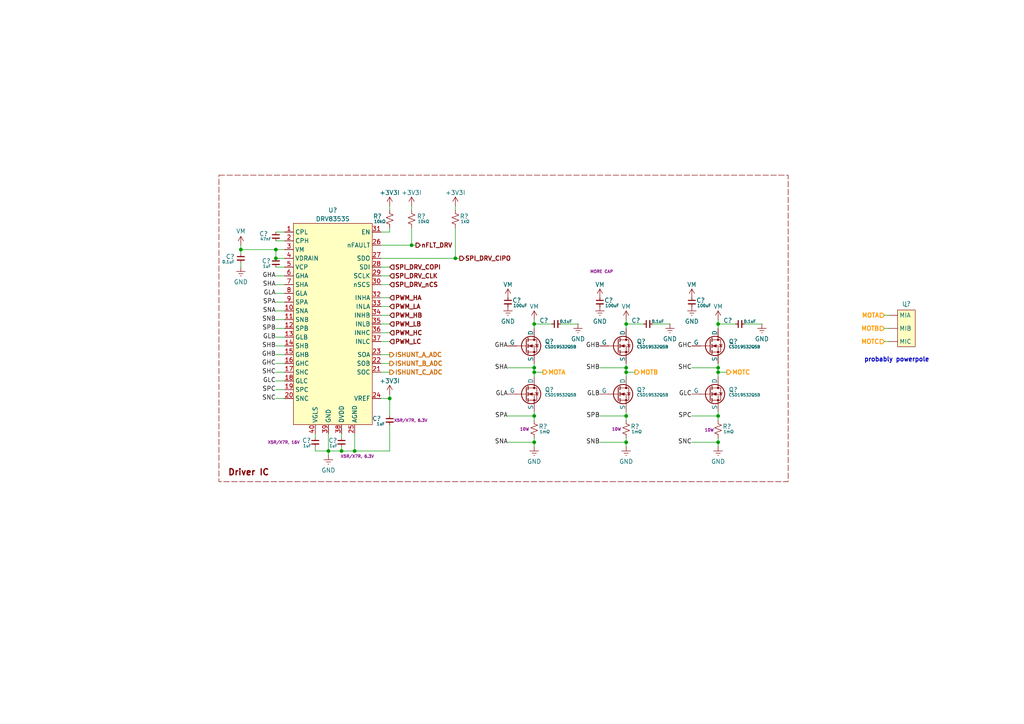
<source format=kicad_sch>
(kicad_sch (version 20250114) (generator "eeschema") (generator_version "9.0")
  (paper "A4")
  (lib_symbols
    (symbol "C_Small_2" (pin_numbers (hide yes)) (pin_names (offset 0.254) (hide yes))
      (property "Reference" "C7" (at -4.064 0.508 0))
      (property "Value" "1uF" (at -3.81 -1.016 0))
      (symbol "C_Small_2_0_1"
        (polyline (pts (xy -1.016 0.508) (xy 1.016 0.508)) (stroke (width 0.3048)))
        (polyline (pts (xy -1.016 -0.508) (xy 1.016 -0.508)) (stroke (width 0.3302)))
      )
      (symbol "C_Small_2_1_1"
        (pin passive line (at 0 1.27 270) (length 0.762) (name "~") (number "1"))
        (pin passive line (at 0 -1.27 90) (length 0.762) (name "~") (number "2"))
      )
    )
    (symbol "Device:R_Small_US" (pin_numbers (hide yes)) (pin_names (offset 0.254) (hide yes))
      (property "Reference" "R" (at 0.762 0.508 0))
      (property "Value" "R_Small_US" (at 0.762 -1.016 0))
      (symbol "R_Small_US_1_1"
        (polyline (pts (xy 0 1.524) (xy 1.016 1.143) (xy 0 0.762) (xy -1.016 0.381) (xy 0 0)))
        (polyline (pts (xy 0 0) (xy 1.016 -0.381) (xy 0 -0.762) (xy -1.016 -1.143) (xy 0 -1.524)))
        (pin passive line (at 0 2.54 270) (length 1.016) (name "~") (number "1"))
        (pin passive line (at 0 -2.54 90) (length 1.016) (name "~") (number "2"))
      )
    )
    (symbol "Simulation_SPICE:NMOS" (pin_numbers (hide yes)) (pin_names (offset 0))
      (property "Reference" "Q" (at 5.08 1.27 0))
      (property "Value" "NMOS" (at 5.08 -1.27 0))
      (symbol "NMOS_0_1"
        (polyline (pts (xy 0.254 1.905) (xy 0.254 -1.905)) (stroke (width 0.254)))
        (polyline (pts (xy 0.254 0) (xy -2.54 0)))
        (polyline (pts (xy 0.762 2.286) (xy 0.762 1.27)) (stroke (width 0.254)))
        (polyline (pts (xy 0.762 0.508) (xy 0.762 -0.508)) (stroke (width 0.254)))
        (polyline (pts (xy 0.762 -1.27) (xy 0.762 -2.286)) (stroke (width 0.254)))
        (polyline (pts (xy 0.762 -1.778) (xy 3.302 -1.778) (xy 3.302 1.778) (xy 0.762 1.778)))
        (polyline (pts (xy 1.016 0) (xy 2.032 0.381) (xy 2.032 -0.381) (xy 1.016 0)) (fill (type outline)))
        (circle (center 1.651 0) (radius 2.794) (stroke (width 0.254)))
        (polyline (pts (xy 2.54 2.54) (xy 2.54 1.778)))
        (circle (center 2.54 1.778) (radius 0.254) (fill (type outline)))
        (circle (center 2.54 -1.778) (radius 0.254) (fill (type outline)))
        (polyline (pts (xy 2.54 -2.54) (xy 2.54 0) (xy 0.762 0)))
        (polyline (pts (xy 2.794 0.508) (xy 2.921 0.381) (xy 3.683 0.381) (xy 3.81 0.254)))
        (polyline (pts (xy 3.302 0.381) (xy 2.921 -0.254) (xy 3.683 -0.254) (xy 3.302 0.381)))
      )
      (symbol "NMOS_1_1"
        (pin input line (at -5.08 0 0) (length 2.54) (name "G") (number "2"))
        (pin passive line (at 2.54 5.08 270) (length 2.54) (name "D") (number "1"))
        (pin passive line (at 2.54 -5.08 90) (length 2.54) (name "S") (number "3"))
      )
    )
    (symbol "Symbols:DRV8353S"
      (property "Reference" "U" (at 0 26.924 0))
      (symbol "DRV8353S_0_1"
        (rectangle (start -11.43 25.4) (end 11.43 -33.02) (fill (type background)))
      )
      (symbol "DRV8353S_1_1"
        (pin passive line (at -13.97 22.86 0) (length 2.54) (name "CPL") (number "1"))
        (pin passive line (at -13.97 20.32 0) (length 2.54) (name "CPH") (number "2"))
        (pin passive line (at -13.97 17.78 0) (length 2.54) (name "VM") (number "3"))
        (pin passive line (at -13.97 15.24 0) (length 2.54) (name "VDRAIN") (number "4"))
        (pin passive line (at -13.97 12.7 0) (length 2.54) (name "VCP") (number "5"))
        (pin passive line (at -13.97 10.16 0) (length 2.54) (name "GHA") (number "6"))
        (pin passive line (at -13.97 7.62 0) (length 2.54) (name "SHA") (number "7"))
        (pin passive line (at -13.97 5.08 0) (length 2.54) (name "GLA") (number "8"))
        (pin passive line (at -13.97 2.54 0) (length 2.54) (name "SPA") (number "9"))
        (pin passive line (at -13.97 0 0) (length 2.54) (name "SNA") (number "10"))
        (pin passive line (at -13.97 -2.54 0) (length 2.54) (name "SNB") (number "11"))
        (pin passive line (at -13.97 -5.08 0) (length 2.54) (name "SPB") (number "12"))
        (pin passive line (at -13.97 -7.62 0) (length 2.54) (name "GLB") (number "13"))
        (pin passive line (at -13.97 -10.16 0) (length 2.54) (name "SHB") (number "14"))
        (pin passive line (at -13.97 -12.7 0) (length 2.54) (name "GHB") (number "15"))
        (pin passive line (at -13.97 -15.24 0) (length 2.54) (name "GHC") (number "16"))
        (pin passive line (at -13.97 -17.78 0) (length 2.54) (name "SHC") (number "17"))
        (pin passive line (at -13.97 -20.32 0) (length 2.54) (name "GLC") (number "18"))
        (pin passive line (at -13.97 -22.86 0) (length 2.54) (name "SPC") (number "19"))
        (pin passive line (at -13.97 -25.4 0) (length 2.54) (name "SNC") (number "20"))
        (pin passive line (at -5.08 -35.56 90) (length 2.54) (name "VGLS") (number "40"))
        (pin passive line (at -1.27 -35.56 90) (length 2.54) (name "GND") (number "39"))
        (pin passive line (at 2.54 -35.56 90) (length 2.54) (name "DVDD") (number "38"))
        (pin passive line (at 6.35 -35.56 90) (length 2.54) (name "AGND") (number "25"))
        (pin passive line (at 13.97 22.86 180) (length 2.54) (name "EN") (number "31"))
        (pin passive line (at 13.97 19.05 180) (length 2.54) (name "nFAULT") (number "26"))
        (pin passive line (at 13.97 15.24 180) (length 2.54) (name "SDO") (number "27"))
        (pin passive line (at 13.97 12.7 180) (length 2.54) (name "SDI") (number "28"))
        (pin passive line (at 13.97 10.16 180) (length 2.54) (name "SCLK") (number "29"))
        (pin passive line (at 13.97 7.62 180) (length 2.54) (name "nSCS") (number "30"))
        (pin passive line (at 13.97 3.81 180) (length 2.54) (name "INHA") (number "32"))
        (pin passive line (at 13.97 1.27 180) (length 2.54) (name "INLA") (number "33"))
        (pin passive line (at 13.97 -1.27 180) (length 2.54) (name "INHB") (number "34"))
        (pin passive line (at 13.97 -3.81 180) (length 2.54) (name "INLB") (number "35"))
        (pin passive line (at 13.97 -6.35 180) (length 2.54) (name "INHC") (number "36"))
        (pin passive line (at 13.97 -8.89 180) (length 2.54) (name "INLC") (number "37"))
        (pin passive line (at 13.97 -12.7 180) (length 2.54) (name "SOA") (number "23"))
        (pin passive line (at 13.97 -15.24 180) (length 2.54) (name "SOB") (number "22"))
        (pin passive line (at 13.97 -17.78 180) (length 2.54) (name "SOC") (number "21"))
        (pin passive line (at 13.97 -25.4 180) (length 2.54) (name "VREF") (number "24"))
      )
    )
    (symbol "Symbols:Lug_Mount_Connector"
      (property "Reference" "U?" (at 0 7.112 0))
      (property "Value" "~" (at 0 6.35 0))
      (symbol "Lug_Mount_Connector_0_1"
        (rectangle (start -2.54 5.334) (end 2.54 -5.334) (fill (type background)))
      )
      (symbol "Lug_Mount_Connector_1_1"
        (pin passive line (at -5.08 3.81 0) (length 2.54) (name "MIA") (number ""))
        (pin passive line (at -5.08 0 0) (length 2.54) (name "MIB") (number ""))
        (pin passive line (at -5.08 -3.81 0) (length 2.54) (name "MIC") (number ""))
      )
    )
    (symbol "power:Earth" (power) (pin_numbers (hide yes)) (pin_names (offset 0) (hide yes))
      (property "Value" "Earth" (at 0 -3.81 0))
      (symbol "Earth_0_1"
        (polyline (pts (xy -0.635 -1.905) (xy 0.635 -1.905)))
        (polyline (pts (xy -0.127 -2.54) (xy 0.127 -2.54)))
        (polyline (pts (xy 0 -1.27) (xy 0 0)))
        (polyline (pts (xy 1.27 -1.27) (xy -1.27 -1.27)))
      )
      (symbol "Earth_1_1"
        (pin power_in line (at 0 0 270) (length 0) (name "~") (number "1"))
      )
    )
    (symbol "power:VCC" (power) (pin_numbers (hide yes)) (pin_names (offset 0) (hide yes))
      (property "Value" "VCC" (at 0 3.556 0))
      (symbol "VCC_0_1"
        (polyline (pts (xy -0.762 1.27) (xy 0 2.54)))
        (polyline (pts (xy 0 2.54) (xy 0.762 1.27)))
        (polyline (pts (xy 0 0) (xy 0 2.54)))
      )
      (symbol "VCC_1_1"
        (pin power_in line (at 0 0 90) (length 0) (name "~") (number "1"))
      )
    )
  )
  (rectangle (start 63.5 50.8) (end 228.6 139.7) (stroke (width 0) (type dash) (color 132 0 0 1)))
  (text "10W" (at 152.146 124.714 0) (effects (font (size 0.8467 0.8467) (thickness 0.1693) (bold yes))))
  (text "X5R/X7R, 16V" (at 82.296 128.524 0) (effects (font (size 0.8467 0.8467) (thickness 0.1693) (bold yes))))
  (text "Driver IC" (at 66.04 137.16 0) (effects (font (size 1.778 1.778) (thickness 0.3556) (bold yes)) (justify left)))
  (text "probably powerpole" (at 260.096 104.394 0) (effects (font (size 1.27 1.27) (thickness 0.254) (bold yes))))
  (text "X5R/X7R, 6.3V" (at 103.632 132.588 0) (effects (font (size 0.8467 0.8467) (thickness 0.1693) (bold yes))))
  (text "X5R/X7R, 6.3V" (at 119.126 122.174 0) (effects (font (size 0.8467 0.8467) (thickness 0.1693) (bold yes))))
  (text "10W" (at 205.74 124.968 0) (effects (font (size 0.8467 0.8467) (thickness 0.1693) (bold yes))))
  (text "10W" (at 178.816 124.714 0) (effects (font (size 0.8467 0.8467) (thickness 0.1693) (bold yes))))
  (text "MORE CAP" (at 174.498 78.994 0) (effects (font (size 0.8467 0.8467) (thickness 0.1693) (bold yes))))
  (junction (at 154.94 93.98))
  (junction (at 95.25 130.81))
  (junction (at 132.08 74.93))
  (junction (at 69.85 72.39))
  (junction (at 80.01 72.39))
  (junction (at 208.28 93.98))
  (junction (at 102.87 130.81))
  (junction (at 208.28 107.95))
  (junction (at 208.28 120.65))
  (junction (at 154.94 128.27))
  (junction (at 154.94 120.65))
  (junction (at 181.61 106.68))
  (junction (at 181.61 120.65))
  (junction (at 181.61 93.98))
  (junction (at 113.03 115.57))
  (junction (at 208.28 106.68))
  (junction (at 99.06 130.81))
  (junction (at 154.94 107.95))
  (junction (at 119.38 71.12))
  (junction (at 181.61 128.27))
  (junction (at 181.61 107.95))
  (junction (at 80.01 74.93))
  (junction (at 208.28 128.27))
  (junction (at 154.94 106.68))
  (wire (pts (xy 110.49 71.12) (xy 119.38 71.12)))
  (wire (pts (xy 147.32 120.65) (xy 154.94 120.65)))
  (wire (pts (xy 154.94 93.98) (xy 160.02 93.98)))
  (wire (pts (xy 95.25 132.08) (xy 95.25 130.81)))
  (wire (pts (xy 91.44 129.54) (xy 91.44 130.81)))
  (wire (pts (xy 194.31 93.98) (xy 189.23 93.98)))
  (wire (pts (xy 80.01 102.87) (xy 82.55 102.87)))
  (wire (pts (xy 99.06 130.81) (xy 102.87 130.81)))
  (wire (pts (xy 80.01 85.09) (xy 82.55 85.09)))
  (wire (pts (xy 173.99 120.65) (xy 181.61 120.65)))
  (wire (pts (xy 181.61 93.98) (xy 186.69 93.98)))
  (wire (pts (xy 154.94 129.54) (xy 154.94 128.27)))
  (wire (pts (xy 91.44 127) (xy 91.44 125.73)))
  (wire (pts (xy 113.03 91.44) (xy 110.49 91.44)))
  (wire (pts (xy 256.54 95.25) (xy 257.81 95.25)))
  (wire (pts (xy 208.28 92.71) (xy 208.28 93.98)))
  (wire (pts (xy 173.99 106.68) (xy 181.61 106.68)))
  (wire (pts (xy 80.01 87.63) (xy 82.55 87.63)))
  (wire (pts (xy 119.38 66.04) (xy 119.38 71.12)))
  (wire (pts (xy 110.49 74.93) (xy 132.08 74.93)))
  (wire (pts (xy 220.98 93.98) (xy 215.9 93.98)))
  (wire (pts (xy 80.01 67.31) (xy 82.55 67.31)))
  (wire (pts (xy 181.61 106.68) (xy 181.61 107.95)))
  (wire (pts (xy 113.03 66.04) (xy 113.03 67.31)))
  (wire (pts (xy 113.03 123.19) (xy 113.03 130.81)))
  (wire (pts (xy 80.01 69.85) (xy 82.55 69.85)))
  (wire (pts (xy 208.28 107.95) (xy 208.28 109.22)))
  (wire (pts (xy 181.61 93.98) (xy 181.61 95.25)))
  (wire (pts (xy 208.28 129.54) (xy 208.28 128.27)))
  (wire (pts (xy 200.66 120.65) (xy 208.28 120.65)))
  (wire (pts (xy 154.94 93.98) (xy 154.94 95.25)))
  (wire (pts (xy 80.01 90.17) (xy 82.55 90.17)))
  (wire (pts (xy 80.01 100.33) (xy 82.55 100.33)))
  (wire (pts (xy 95.25 130.81) (xy 99.06 130.81)))
  (wire (pts (xy 208.28 128.27) (xy 208.28 127)))
  (wire (pts (xy 181.61 129.54) (xy 181.61 128.27)))
  (wire (pts (xy 210.82 107.95) (xy 208.28 107.95)))
  (wire (pts (xy 208.28 121.92) (xy 208.28 120.65)))
  (wire (pts (xy 181.61 92.71) (xy 181.61 93.98)))
  (wire (pts (xy 181.61 105.41) (xy 181.61 106.68)))
  (wire (pts (xy 69.85 77.47) (xy 69.85 76.2)))
  (wire (pts (xy 181.61 107.95) (xy 181.61 109.22)))
  (wire (pts (xy 208.28 106.68) (xy 208.28 107.95)))
  (wire (pts (xy 113.03 115.57) (xy 113.03 120.65)))
  (wire (pts (xy 113.03 82.55) (xy 110.49 82.55)))
  (wire (pts (xy 69.85 72.39) (xy 80.01 72.39)))
  (wire (pts (xy 208.28 120.65) (xy 208.28 119.38)))
  (wire (pts (xy 181.61 128.27) (xy 181.61 127)))
  (wire (pts (xy 113.03 114.3) (xy 113.03 115.57)))
  (wire (pts (xy 99.06 129.54) (xy 99.06 130.81)))
  (wire (pts (xy 113.03 86.36) (xy 110.49 86.36)))
  (wire (pts (xy 147.32 106.68) (xy 154.94 106.68)))
  (wire (pts (xy 80.01 72.39) (xy 80.01 74.93)))
  (wire (pts (xy 157.48 107.95) (xy 154.94 107.95)))
  (wire (pts (xy 132.08 66.04) (xy 132.08 74.93)))
  (wire (pts (xy 80.01 113.03) (xy 82.55 113.03)))
  (wire (pts (xy 200.66 128.27) (xy 208.28 128.27)))
  (wire (pts (xy 113.03 105.41) (xy 110.49 105.41)))
  (wire (pts (xy 113.03 93.98) (xy 110.49 93.98)))
  (wire (pts (xy 80.01 80.01) (xy 82.55 80.01)))
  (wire (pts (xy 80.01 115.57) (xy 82.55 115.57)))
  (wire (pts (xy 256.54 99.06) (xy 257.81 99.06)))
  (wire (pts (xy 184.15 107.95) (xy 181.61 107.95)))
  (wire (pts (xy 102.87 125.73) (xy 102.87 130.81)))
  (wire (pts (xy 91.44 130.81) (xy 95.25 130.81)))
  (wire (pts (xy 80.01 107.95) (xy 82.55 107.95)))
  (wire (pts (xy 80.01 77.47) (xy 82.55 77.47)))
  (wire (pts (xy 132.08 74.93) (xy 133.35 74.93)))
  (wire (pts (xy 154.94 128.27) (xy 154.94 127)))
  (wire (pts (xy 80.01 74.93) (xy 82.55 74.93)))
  (wire (pts (xy 113.03 67.31) (xy 110.49 67.31)))
  (wire (pts (xy 80.01 97.79) (xy 82.55 97.79)))
  (wire (pts (xy 173.99 128.27) (xy 181.61 128.27)))
  (wire (pts (xy 154.94 107.95) (xy 154.94 109.22)))
  (wire (pts (xy 110.49 115.57) (xy 113.03 115.57)))
  (wire (pts (xy 69.85 73.66) (xy 69.85 72.39)))
  (wire (pts (xy 80.01 105.41) (xy 82.55 105.41)))
  (wire (pts (xy 256.54 91.44) (xy 257.81 91.44)))
  (wire (pts (xy 113.03 99.06) (xy 110.49 99.06)))
  (wire (pts (xy 113.03 59.69) (xy 113.03 60.96)))
  (wire (pts (xy 69.85 71.12) (xy 69.85 72.39)))
  (wire (pts (xy 120.65 71.12) (xy 119.38 71.12)))
  (wire (pts (xy 95.25 125.73) (xy 95.25 130.81)))
  (wire (pts (xy 80.01 92.71) (xy 82.55 92.71)))
  (wire (pts (xy 113.03 80.01) (xy 110.49 80.01)))
  (wire (pts (xy 181.61 120.65) (xy 181.61 119.38)))
  (wire (pts (xy 154.94 92.71) (xy 154.94 93.98)))
  (wire (pts (xy 200.66 106.68) (xy 208.28 106.68)))
  (wire (pts (xy 113.03 130.81) (xy 102.87 130.81)))
  (wire (pts (xy 208.28 105.41) (xy 208.28 106.68)))
  (wire (pts (xy 119.38 59.69) (xy 119.38 60.96)))
  (wire (pts (xy 113.03 107.95) (xy 110.49 107.95)))
  (wire (pts (xy 80.01 95.25) (xy 82.55 95.25)))
  (wire (pts (xy 80.01 82.55) (xy 82.55 82.55)))
  (wire (pts (xy 154.94 121.92) (xy 154.94 120.65)))
  (wire (pts (xy 82.55 72.39) (xy 80.01 72.39)))
  (wire (pts (xy 113.03 102.87) (xy 110.49 102.87)))
  (wire (pts (xy 154.94 120.65) (xy 154.94 119.38)))
  (wire (pts (xy 132.08 59.69) (xy 132.08 60.96)))
  (wire (pts (xy 154.94 106.68) (xy 154.94 107.95)))
  (wire (pts (xy 208.28 93.98) (xy 213.36 93.98)))
  (wire (pts (xy 154.94 105.41) (xy 154.94 106.68)))
  (wire (pts (xy 80.01 110.49) (xy 82.55 110.49)))
  (wire (pts (xy 113.03 88.9) (xy 110.49 88.9)))
  (wire (pts (xy 181.61 121.92) (xy 181.61 120.65)))
  (wire (pts (xy 147.32 128.27) (xy 154.94 128.27)))
  (wire (pts (xy 99.06 127) (xy 99.06 125.73)))
  (wire (pts (xy 113.03 96.52) (xy 110.49 96.52)))
  (wire (pts (xy 208.28 93.98) (xy 208.28 95.25)))
  (wire (pts (xy 167.64 93.98) (xy 162.56 93.98)))
  (wire (pts (xy 113.03 77.47) (xy 110.49 77.47)))
  (label "SNC" (at 80.01 115.57 180))
  (label "GHB" (at 80.01 102.87 180))
  (label "SHA" (at 80.01 82.55 180))
  (label "GHA" (at 80.01 80.01 180))
  (label "GLC" (at 200.66 114.3 180))
  (label "SPB" (at 173.99 120.65 180))
  (label "SNC" (at 200.66 128.27 180))
  (label "SPB" (at 80.01 95.25 180))
  (label "SNB" (at 173.99 128.27 180))
  (label "GHB" (at 173.99 100.33 180))
  (label "SHB" (at 173.99 106.68 180))
  (label "GHC" (at 200.66 100.33 180))
  (label "GLA" (at 147.32 114.3 180))
  (label "SNB" (at 80.01 92.71 180))
  (label "GLB" (at 80.01 97.79 180))
  (label "GLC" (at 80.01 110.49 180))
  (label "GHC" (at 80.01 105.41 180))
  (label "SPC" (at 200.66 120.65 180))
  (label "SHC" (at 200.66 106.68 180))
  (label "GHA" (at 147.32 100.33 180))
  (label "GLB" (at 173.99 114.3 180))
  (label "SNA" (at 147.32 128.27 180))
  (label "SHC" (at 80.01 107.95 180))
  (label "SPA" (at 147.32 120.65 180))
  (label "SPA" (at 80.01 87.63 180))
  (label "GLA" (at 80.01 85.09 180))
  (label "SNA" (at 80.01 90.17 180))
  (label "SHA" (at 147.32 106.68 180))
  (label "SPC" (at 80.01 113.03 180))
  (label "SHB" (at 80.01 100.33 180))
  (hierarchical_label "ISHUNT_B_ADC" (shape output) (at 113.03 105.41 0) (effects (font (thickness 0.254) (bold yes))))
  (hierarchical_label "MOTC" (shape input) (at 256.54 99.06 180) (effects (font (thickness 0.254) (bold yes))))
  (hierarchical_label "nFLT_DRV" (shape output) (at 120.65 71.12 0) (effects (font (thickness 0.254) (bold yes))))
  (hierarchical_label "MOTA" (shape output) (at 157.48 107.95 0) (effects (font (thickness 0.254) (bold yes))))
  (hierarchical_label "PWM_LC" (shape input) (at 113.03 99.06 0) (effects (font (thickness 0.254) (bold yes))))
  (hierarchical_label "PWM_HC" (shape input) (at 113.03 96.52 0) (effects (font (thickness 0.254) (bold yes))))
  (hierarchical_label "MOTA" (shape input) (at 256.54 91.44 180) (effects (font (thickness 0.254) (bold yes))))
  (hierarchical_label "MOTB" (shape input) (at 256.54 95.25 180) (effects (font (thickness 0.254) (bold yes))))
  (hierarchical_label "SPI_DRV_CIPO" (shape output) (at 133.35 74.93 0) (effects (font (thickness 0.254) (bold yes))))
  (hierarchical_label "ISHUNT_C_ADC" (shape output) (at 113.03 107.95 0) (effects (font (thickness 0.254) (bold yes))))
  (hierarchical_label "PWM_HA" (shape input) (at 113.03 86.36 0) (effects (font (thickness 0.254) (bold yes))))
  (hierarchical_label "ISHUNT_A_ADC" (shape output) (at 113.03 102.87 0) (effects (font (thickness 0.254) (bold yes))))
  (hierarchical_label "PWM_LA" (shape input) (at 113.03 88.9 0) (effects (font (thickness 0.254) (bold yes))))
  (hierarchical_label "MOTC" (shape output) (at 210.82 107.95 0) (effects (font (thickness 0.254) (bold yes))))
  (hierarchical_label "PWM_LB" (shape input) (at 113.03 93.98 0) (effects (font (thickness 0.254) (bold yes))))
  (hierarchical_label "SPI_DRV_nCS" (shape input) (at 113.03 82.55 0) (effects (font (thickness 0.254) (bold yes))))
  (hierarchical_label "SPI_DRV_COPI" (shape input) (at 113.03 77.47 0) (effects (font (thickness 0.254) (bold yes))))
  (hierarchical_label "PWM_HB" (shape input) (at 113.03 91.44 0) (effects (font (thickness 0.254) (bold yes))))
  (hierarchical_label "MOTB" (shape output) (at 184.15 107.95 0) (effects (font (thickness 0.254) (bold yes))))
  (hierarchical_label "SPI_DRV_CLK" (shape input) (at 113.03 80.01 0) (effects (font (thickness 0.254) (bold yes))))
  (symbol (lib_id "Simulation_SPICE:NMOS") (at 179.07 100.33 0) (unit 1)
    (property "Reference" "Q?" (at 184.658 99.0599 0) (effects (justify left)))
    (property "Value" "CSD19532Q5B" (at 184.658 100.584 0) (effects (font (size 0.8467 0.8467)) (justify left)))
    (property "Datasheet" "https://ngspice.sourceforge.io/docs/ngspice-html-manual/manual.xhtml#cha_MOSFETs" (effects (hide yes)))
    (property "Description" "N-MOSFET transistor, drain/source/gate" (effects (hide yes)))
    (property "Sim.Device" "NMOS" (effects (hide yes)))
    (property "Sim.Type" "VDMOS" (effects (hide yes)))
    (property "Sim.Pins" "1=D 2=G 3=S" (effects (hide yes)))
  )
  (symbol (lib_id "Symbols:DRV8353S") (at 96.52 90.17 0) (unit 1)
    (property "Reference" "U?" (at 96.52 60.96 0))
    (property "Value" "DRV8353S" (at 96.52 63.5 0))
    (property "Datasheet" "https://www.ti.com/lit/ds/symlink/drv8353.pdf" (effects (hide yes)))
  )
  (symbol (lib_id "power:VCC") (at 132.08 59.69 0) (unit 1)
    (property "Reference" "#PWR?" (effects (hide yes)))
    (property "Value" "+3V3I" (at 132.08 55.88 0))
    (property "Description" "Power symbol creates a global label with name \"VCC\"" (effects (hide yes)))
  )
  (symbol (lib_name "C_Small_2") (lib_id "Device:C_Small") (at 80.01 76.2 0) (unit 1)
    (property "Reference" "C?" (at 75.946 75.692 0) (effects (justify left)))
    (property "Value" "1uF" (at 76.2 77.216 0) (effects (font (size 0.8467 0.8467)) (justify left)))
    (property "Footprint" "Capacitor_SMD:C_0402_1005Metric_Pad0.74x0.62mm_HandSolder" (effects (hide yes)))
    (property "Description" "Unpolarized capacitor, small symbol" (effects (hide yes)))
  )
  (symbol (lib_name "C_Small_2") (lib_id "Device:C_Small") (at 173.99 87.63 0) (unit 1)
    (property "Reference" "C?" (at 175.26 87.122 0) (effects (justify left)))
    (property "Value" "100uF" (at 175.514 88.646 0) (effects (font (size 0.8467 0.8467)) (justify left)))
    (property "Footprint" "Capacitor_SMD:C_0402_1005Metric_Pad0.74x0.62mm_HandSolder" (effects (hide yes)))
    (property "Description" "Unpolarized capacitor, small symbol" (effects (hide yes)))
  )
  (symbol (lib_name "C_Small_2") (lib_id "Device:C_Small") (at 99.06 128.27 0) (unit 1)
    (property "Reference" "C?" (at 95.25 127.762 0) (effects (justify left)))
    (property "Value" "1uF" (at 95.504 129.286 0) (effects (font (size 0.8467 0.8467)) (justify left)))
    (property "Footprint" "Capacitor_SMD:C_0402_1005Metric_Pad0.74x0.62mm_HandSolder" (effects (hide yes)))
    (property "Description" "Unpolarized capacitor, small symbol" (effects (hide yes)))
  )
  (symbol (lib_id "power:VCC") (at 200.66 86.36 0) (unit 1)
    (property "Reference" "#PWR?" (effects (hide yes)))
    (property "Value" "VM" (at 200.66 82.55 0))
    (property "Description" "Power symbol creates a global label with name \"VCC\"" (effects (hide yes)))
  )
  (symbol (lib_id "power:VCC") (at 113.03 114.3 0) (unit 1)
    (property "Reference" "#PWR?" (effects (hide yes)))
    (property "Value" "+3V3I" (at 113.03 110.49 0))
    (property "Description" "Power symbol creates a global label with name \"VCC\"" (effects (hide yes)))
  )
  (symbol (lib_id "Symbols:Lug_Mount_Connector") (at 262.89 95.25 0) (unit 1)
    (property "Reference" "U?" (at 262.89 88.138 0))
    (property "Value" "~" (at 262.89 88.9 0))
  )
  (symbol (lib_name "C_Small_2") (lib_id "Device:C_Small") (at 91.44 128.27 0) (unit 1)
    (property "Reference" "C?" (at 87.63 127.762 0) (effects (justify left)))
    (property "Value" "1uF" (at 87.884 129.286 0) (effects (font (size 0.8467 0.8467)) (justify left)))
    (property "Footprint" "Capacitor_SMD:C_0402_1005Metric_Pad0.74x0.62mm_HandSolder" (effects (hide yes)))
    (property "Description" "Unpolarized capacitor, small symbol" (effects (hide yes)))
  )
  (symbol (lib_id "power:Earth") (at 200.66 88.9 0) (unit 1)
    (property "Reference" "#PWR?" (effects (hide yes)))
    (property "Value" "GND" (at 200.66 93.218 0))
    (property "Description" "Power symbol creates a global label with name \"Earth\"" (effects (hide yes)))
  )
  (symbol (lib_id "power:Earth") (at 69.85 77.47 0) (unit 1)
    (property "Reference" "#PWR?" (effects (hide yes)))
    (property "Value" "GND" (at 69.85 81.788 0))
    (property "Description" "Power symbol creates a global label with name \"Earth\"" (effects (hide yes)))
  )
  (symbol (lib_id "power:Earth") (at 95.25 132.08 0) (unit 1)
    (property "Reference" "#PWR?" (effects (hide yes)))
    (property "Value" "GND" (at 95.25 136.398 0))
    (property "Description" "Power symbol creates a global label with name \"Earth\"" (effects (hide yes)))
  )
  (symbol (lib_id "power:Earth") (at 181.61 129.54 0) (unit 1)
    (property "Reference" "#PWR?" (effects (hide yes)))
    (property "Value" "GND" (at 181.61 133.858 0))
    (property "Description" "Power symbol creates a global label with name \"Earth\"" (effects (hide yes)))
  )
  (symbol (lib_name "C_Small_2") (lib_id "Device:C_Small") (at 113.03 121.92 0) (unit 1)
    (property "Reference" "C?" (at 107.95 121.412 0) (effects (justify left)))
    (property "Value" "1uF" (at 109.22 122.936 0) (effects (font (size 0.8467 0.8467)) (justify left)))
    (property "Footprint" "Capacitor_SMD:C_0402_1005Metric_Pad0.74x0.62mm_HandSolder" (effects (hide yes)))
    (property "Description" "Unpolarized capacitor, small symbol" (effects (hide yes)))
  )
  (symbol (lib_name "C_Small_2") (lib_id "Device:C_Small") (at 161.29 93.98 90) (unit 1)
    (property "Reference" "C?" (at 156.464 92.964 90) (effects (justify right)))
    (property "Value" "0.1uF" (at 162.306 93.218 90) (effects (font (size 0.8467 0.8467)) (justify right)))
    (property "Footprint" "Capacitor_SMD:C_0402_1005Metric_Pad0.74x0.62mm_HandSolder" (effects (hide yes)))
    (property "Description" "Unpolarized capacitor, small symbol" (effects (hide yes)))
  )
  (symbol (lib_id "power:VCC") (at 154.94 92.71 0) (unit 1)
    (property "Reference" "#PWR?" (effects (hide yes)))
    (property "Value" "VM" (at 154.94 88.9 0))
    (property "Description" "Power symbol creates a global label with name \"VCC\"" (effects (hide yes)))
  )
  (symbol (lib_id "power:VCC") (at 119.38 59.69 0) (unit 1)
    (property "Reference" "#PWR?" (effects (hide yes)))
    (property "Value" "+3V3I" (at 119.38 55.88 0))
    (property "Description" "Power symbol creates a global label with name \"VCC\"" (effects (hide yes)))
  )
  (symbol (lib_name "C_Small_2") (lib_id "Device:C_Small") (at 187.96 93.98 90) (unit 1)
    (property "Reference" "C?" (at 183.134 92.964 90) (effects (justify right)))
    (property "Value" "0.1uF" (at 188.976 93.218 90) (effects (font (size 0.8467 0.8467)) (justify right)))
    (property "Footprint" "Capacitor_SMD:C_0402_1005Metric_Pad0.74x0.62mm_HandSolder" (effects (hide yes)))
    (property "Description" "Unpolarized capacitor, small symbol" (effects (hide yes)))
  )
  (symbol (lib_id "power:VCC") (at 181.61 92.71 0) (unit 1)
    (property "Reference" "#PWR?" (effects (hide yes)))
    (property "Value" "VM" (at 181.61 88.9 0))
    (property "Description" "Power symbol creates a global label with name \"VCC\"" (effects (hide yes)))
  )
  (symbol (lib_name "C_Small_2") (lib_id "Device:C_Small") (at 147.32 87.63 0) (unit 1)
    (property "Reference" "C?" (at 148.59 87.122 0) (effects (justify left)))
    (property "Value" "100uF" (at 148.844 88.646 0) (effects (font (size 0.8467 0.8467)) (justify left)))
    (property "Footprint" "Capacitor_SMD:C_0402_1005Metric_Pad0.74x0.62mm_HandSolder" (effects (hide yes)))
    (property "Description" "Unpolarized capacitor, small symbol" (effects (hide yes)))
  )
  (symbol (lib_id "power:Earth") (at 147.32 88.9 0) (unit 1)
    (property "Reference" "#PWR?" (effects (hide yes)))
    (property "Value" "GND" (at 147.32 93.218 0))
    (property "Description" "Power symbol creates a global label with name \"Earth\"" (effects (hide yes)))
  )
  (symbol (lib_id "power:Earth") (at 208.28 129.54 0) (unit 1)
    (property "Reference" "#PWR?" (effects (hide yes)))
    (property "Value" "GND" (at 208.28 133.858 0))
    (property "Description" "Power symbol creates a global label with name \"Earth\"" (effects (hide yes)))
  )
  (symbol (lib_id "power:VCC") (at 113.03 59.69 0) (unit 1)
    (property "Reference" "#PWR?" (effects (hide yes)))
    (property "Value" "+3V3I" (at 113.03 55.88 0))
    (property "Description" "Power symbol creates a global label with name \"VCC\"" (effects (hide yes)))
  )
  (symbol (lib_id "power:VCC") (at 208.28 92.71 0) (unit 1)
    (property "Reference" "#PWR?" (effects (hide yes)))
    (property "Value" "VM" (at 208.28 88.9 0))
    (property "Description" "Power symbol creates a global label with name \"VCC\"" (effects (hide yes)))
  )
  (symbol (lib_id "power:Earth") (at 220.98 93.98 0) (unit 1)
    (property "Reference" "#PWR?" (effects (hide yes)))
    (property "Value" "GND" (at 220.98 98.298 0))
    (property "Description" "Power symbol creates a global label with name \"Earth\"" (effects (hide yes)))
  )
  (symbol (lib_id "power:VCC") (at 147.32 86.36 0) (unit 1)
    (property "Reference" "#PWR?" (effects (hide yes)))
    (property "Value" "VM" (at 147.32 82.55 0))
    (property "Description" "Power symbol creates a global label with name \"VCC\"" (effects (hide yes)))
  )
  (symbol (lib_name "C_Small_2") (lib_id "Device:C_Small") (at 200.66 87.63 0) (unit 1)
    (property "Reference" "C?" (at 201.93 87.122 0) (effects (justify left)))
    (property "Value" "100uF" (at 202.184 88.646 0) (effects (font (size 0.8467 0.8467)) (justify left)))
    (property "Footprint" "Capacitor_SMD:C_0402_1005Metric_Pad0.74x0.62mm_HandSolder" (effects (hide yes)))
    (property "Description" "Unpolarized capacitor, small symbol" (effects (hide yes)))
  )
  (symbol (lib_id "Simulation_SPICE:NMOS") (at 152.4 114.3 0) (unit 1)
    (property "Reference" "Q?" (at 157.988 113.0299 0) (effects (justify left)))
    (property "Value" "CSD19532Q5B" (at 157.988 114.554 0) (effects (font (size 0.8467 0.8467)) (justify left)))
    (property "Datasheet" "https://ngspice.sourceforge.io/docs/ngspice-html-manual/manual.xhtml#cha_MOSFETs" (effects (hide yes)))
    (property "Description" "N-MOSFET transistor, drain/source/gate" (effects (hide yes)))
    (property "Sim.Device" "NMOS" (effects (hide yes)))
    (property "Sim.Type" "VDMOS" (effects (hide yes)))
    (property "Sim.Pins" "1=D 2=G 3=S" (effects (hide yes)))
  )
  (symbol (lib_id "power:Earth") (at 167.64 93.98 0) (unit 1)
    (property "Reference" "#PWR?" (effects (hide yes)))
    (property "Value" "GND" (at 167.64 98.298 0))
    (property "Description" "Power symbol creates a global label with name \"Earth\"" (effects (hide yes)))
  )
  (symbol (lib_id "Device:R_Small_US") (at 208.28 124.46 0) (unit 1)
    (property "Reference" "R?" (at 209.55 123.698 0) (effects (justify left)))
    (property "Value" "1mΩ" (at 209.804 125.222 0) (effects (font (size 0.8467 0.8467)) (justify left)))
    (property "Description" "Resistor, small US symbol" (effects (hide yes)))
  )
  (symbol (lib_id "Device:R_Small_US") (at 181.61 124.46 0) (unit 1)
    (property "Reference" "R?" (at 182.88 123.698 0) (effects (justify left)))
    (property "Value" "1mΩ" (at 183.134 125.222 0) (effects (font (size 0.8467 0.8467)) (justify left)))
    (property "Description" "Resistor, small US symbol" (effects (hide yes)))
  )
  (symbol (lib_id "Device:R_Small_US") (at 113.03 63.5 0) (unit 1)
    (property "Reference" "R?" (at 108.204 62.738 0) (effects (justify left)))
    (property "Value" "10kΩ" (at 108.458 64.262 0) (effects (font (size 0.8467 0.8467)) (justify left)))
    (property "Description" "Resistor, small US symbol" (effects (hide yes)))
  )
  (symbol (lib_id "Simulation_SPICE:NMOS") (at 205.74 114.3 0) (unit 1)
    (property "Reference" "Q?" (at 211.328 113.0299 0) (effects (justify left)))
    (property "Value" "CSD19532Q5B" (at 211.328 114.554 0) (effects (font (size 0.8467 0.8467)) (justify left)))
    (property "Datasheet" "https://ngspice.sourceforge.io/docs/ngspice-html-manual/manual.xhtml#cha_MOSFETs" (effects (hide yes)))
    (property "Description" "N-MOSFET transistor, drain/source/gate" (effects (hide yes)))
    (property "Sim.Device" "NMOS" (effects (hide yes)))
    (property "Sim.Type" "VDMOS" (effects (hide yes)))
    (property "Sim.Pins" "1=D 2=G 3=S" (effects (hide yes)))
  )
  (symbol (lib_id "power:Earth") (at 173.99 88.9 0) (unit 1)
    (property "Reference" "#PWR?" (effects (hide yes)))
    (property "Value" "GND" (at 173.99 93.218 0))
    (property "Description" "Power symbol creates a global label with name \"Earth\"" (effects (hide yes)))
  )
  (symbol (lib_id "Device:R_Small_US") (at 132.08 63.5 0) (unit 1)
    (property "Reference" "R?" (at 133.35 62.738 0) (effects (justify left)))
    (property "Value" "1kΩ" (at 133.604 64.262 0) (effects (font (size 0.8467 0.8467)) (justify left)))
    (property "Description" "Resistor, small US symbol" (effects (hide yes)))
  )
  (symbol (lib_id "power:Earth") (at 194.31 93.98 0) (unit 1)
    (property "Reference" "#PWR?" (effects (hide yes)))
    (property "Value" "GND" (at 194.31 98.298 0))
    (property "Description" "Power symbol creates a global label with name \"Earth\"" (effects (hide yes)))
  )
  (symbol (lib_id "power:VCC") (at 69.85 71.12 0) (unit 1)
    (property "Reference" "#PWR?" (effects (hide yes)))
    (property "Value" "VM" (at 69.85 67.056 0))
    (property "Description" "Power symbol creates a global label with name \"VCC\"" (effects (hide yes)))
  )
  (symbol (lib_id "Simulation_SPICE:NMOS") (at 179.07 114.3 0) (unit 1)
    (property "Reference" "Q?" (at 184.658 113.0299 0) (effects (justify left)))
    (property "Value" "CSD19532Q5B" (at 184.658 114.554 0) (effects (font (size 0.8467 0.8467)) (justify left)))
    (property "Datasheet" "https://ngspice.sourceforge.io/docs/ngspice-html-manual/manual.xhtml#cha_MOSFETs" (effects (hide yes)))
    (property "Description" "N-MOSFET transistor, drain/source/gate" (effects (hide yes)))
    (property "Sim.Device" "NMOS" (effects (hide yes)))
    (property "Sim.Type" "VDMOS" (effects (hide yes)))
    (property "Sim.Pins" "1=D 2=G 3=S" (effects (hide yes)))
  )
  (symbol (lib_name "C_Small_2") (lib_id "Device:C_Small") (at 69.85 74.93 0) (unit 1)
    (property "Reference" "C?" (at 68.072 74.422 0) (effects (justify right)))
    (property "Value" "0.1uF" (at 68.072 75.946 0) (effects (font (size 0.8467 0.8467)) (justify right)))
    (property "Footprint" "Capacitor_SMD:C_0402_1005Metric_Pad0.74x0.62mm_HandSolder" (effects (hide yes)))
    (property "Description" "Unpolarized capacitor, small symbol" (effects (hide yes)))
  )
  (symbol (lib_id "power:VCC") (at 173.99 86.36 0) (unit 1)
    (property "Reference" "#PWR?" (effects (hide yes)))
    (property "Value" "VM" (at 173.99 82.55 0))
    (property "Description" "Power symbol creates a global label with name \"VCC\"" (effects (hide yes)))
  )
  (symbol (lib_id "Device:R_Small_US") (at 154.94 124.46 0) (unit 1)
    (property "Reference" "R?" (at 156.21 123.698 0) (effects (justify left)))
    (property "Value" "1mΩ" (at 156.464 125.222 0) (effects (font (size 0.8467 0.8467)) (justify left)))
    (property "Description" "Resistor, small US symbol" (effects (hide yes)))
  )
  (symbol (lib_name "C_Small_2") (lib_id "Device:C_Small") (at 80.01 68.58 0) (unit 1)
    (property "Reference" "C?" (at 75.184 67.818 0) (effects (justify left)))
    (property "Value" "47nF" (at 75.438 69.342 0) (effects (font (size 0.8467 0.8467)) (justify left)))
    (property "Footprint" "Capacitor_SMD:C_0402_1005Metric_Pad0.74x0.62mm_HandSolder" (effects (hide yes)))
    (property "Description" "Unpolarized capacitor, small symbol" (effects (hide yes)))
  )
  (symbol (lib_id "Simulation_SPICE:NMOS") (at 205.74 100.33 0) (unit 1)
    (property "Reference" "Q?" (at 211.328 99.0599 0) (effects (justify left)))
    (property "Value" "CSD19532Q5B" (at 211.328 100.584 0) (effects (font (size 0.8467 0.8467)) (justify left)))
    (property "Datasheet" "https://ngspice.sourceforge.io/docs/ngspice-html-manual/manual.xhtml#cha_MOSFETs" (effects (hide yes)))
    (property "Description" "N-MOSFET transistor, drain/source/gate" (effects (hide yes)))
    (property "Sim.Device" "NMOS" (effects (hide yes)))
    (property "Sim.Type" "VDMOS" (effects (hide yes)))
    (property "Sim.Pins" "1=D 2=G 3=S" (effects (hide yes)))
  )
  (symbol (lib_name "C_Small_2") (lib_id "Device:C_Small") (at 214.63 93.98 90) (unit 1)
    (property "Reference" "C?" (at 209.804 92.964 90) (effects (justify right)))
    (property "Value" "0.1uF" (at 215.646 93.218 90) (effects (font (size 0.8467 0.8467)) (justify right)))
    (property "Footprint" "Capacitor_SMD:C_0402_1005Metric_Pad0.74x0.62mm_HandSolder" (effects (hide yes)))
    (property "Description" "Unpolarized capacitor, small symbol" (effects (hide yes)))
  )
  (symbol (lib_id "Device:R_Small_US") (at 119.38 63.5 0) (unit 1)
    (property "Reference" "R?" (at 120.904 62.738 0) (effects (justify left)))
    (property "Value" "10kΩ" (at 121.158 64.262 0) (effects (font (size 0.8467 0.8467)) (justify left)))
    (property "Description" "Resistor, small US symbol" (effects (hide yes)))
  )
  (symbol (lib_id "power:Earth") (at 154.94 129.54 0) (unit 1)
    (property "Reference" "#PWR?" (effects (hide yes)))
    (property "Value" "GND" (at 154.94 133.858 0))
    (property "Description" "Power symbol creates a global label with name \"Earth\"" (effects (hide yes)))
  )
  (symbol (lib_id "Simulation_SPICE:NMOS") (at 152.4 100.33 0) (unit 1)
    (property "Reference" "Q?" (at 157.988 99.0599 0) (effects (justify left)))
    (property "Value" "CSD19532Q5B" (at 157.988 100.584 0) (effects (font (size 0.8467 0.8467)) (justify left)))
    (property "Datasheet" "https://ngspice.sourceforge.io/docs/ngspice-html-manual/manual.xhtml#cha_MOSFETs" (effects (hide yes)))
    (property "Description" "N-MOSFET transistor, drain/source/gate" (effects (hide yes)))
    (property "Sim.Device" "NMOS" (effects (hide yes)))
    (property "Sim.Type" "VDMOS" (effects (hide yes)))
    (property "Sim.Pins" "1=D 2=G 3=S" (effects (hide yes)))
  )
)
</source>
